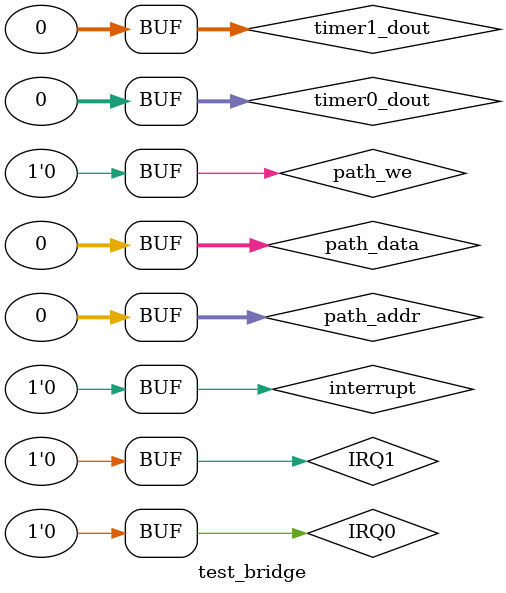
<source format=v>
`timescale 1ns / 1ps


module test_bridge;

	// Inputs
	reg [31:0] path_addr;
	reg [31:0] path_data;
	reg path_we;
	reg [31:0] timer0_dout;
	reg [31:0] timer1_dout;
	reg IRQ0;
	reg IRQ1;
	reg interrupt;

	// Outputs
	wire [7:2] HW;
	wire [31:0] PR_RD;
	wire [31:0] timer_addr;
	wire [31:0] timer_din;
	wire timer0_we;
	wire timer1_we;

	// Instantiate the Unit Under Test (UUT)
	bridge uut (
		.path_addr(path_addr), 
		.path_data(path_data), 
		.path_we(path_we), 
		.timer0_dout(timer0_dout), 
		.timer1_dout(timer1_dout), 
		.IRQ0(IRQ0), 
		.IRQ1(IRQ1), 
		.interrupt(interrupt), 
		.HW(HW), 
		.PR_RD(PR_RD), 
		.timer_addr(timer_addr), 
		.timer_din(timer_din), 
		.timer0_we(timer0_we), 
		.timer1_we(timer1_we)
	);

	initial begin
		// Initialize Inputs
		path_addr = 0;
		path_data = 0;
		path_we = 0;
		timer0_dout = 0;
		timer1_dout = 0;
		IRQ0 = 0;
		IRQ1 = 0;
		interrupt = 0;

		// Wait 100 ns for global reset to finish
		#100;
        
		// Add stimulus here

	end
      
endmodule


</source>
